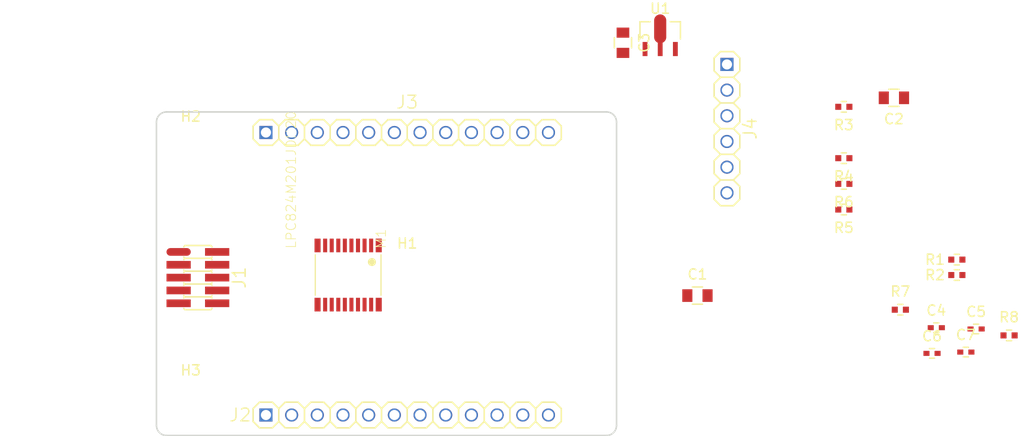
<source format=kicad_pcb>
(kicad_pcb (version 4) (host pcbnew 4.0.6-e0-6349~53~ubuntu16.04.1)

  (general
    (links 38)
    (no_connects 32)
    (area 129.558439 96.824399 175.208441 128.974401)
    (thickness 1.6)
    (drawings 8)
    (tracks 0)
    (zones 0)
    (modules 24)
    (nets 17)
  )

  (page A4)
  (layers
    (0 F.Cu signal)
    (31 B.Cu signal)
    (32 B.Adhes user)
    (33 F.Adhes user)
    (34 B.Paste user)
    (35 F.Paste user)
    (36 B.SilkS user)
    (37 F.SilkS user)
    (38 B.Mask user)
    (39 F.Mask user)
    (40 Dwgs.User user)
    (41 Cmts.User user)
    (42 Eco1.User user)
    (43 Eco2.User user)
    (44 Edge.Cuts user)
    (45 Margin user)
    (46 B.CrtYd user)
    (47 F.CrtYd user)
    (48 B.Fab user)
    (49 F.Fab user)
  )

  (setup
    (last_trace_width 0.25)
    (trace_clearance 0.2)
    (zone_clearance 0.508)
    (zone_45_only no)
    (trace_min 0.2)
    (segment_width 0.2)
    (edge_width 0.15)
    (via_size 0.6)
    (via_drill 0.4)
    (via_min_size 0.4)
    (via_min_drill 0.3)
    (uvia_size 0.3)
    (uvia_drill 0.1)
    (uvias_allowed no)
    (uvia_min_size 0.2)
    (uvia_min_drill 0.1)
    (pcb_text_width 0.3)
    (pcb_text_size 1.5 1.5)
    (mod_edge_width 0.15)
    (mod_text_size 1 1)
    (mod_text_width 0.15)
    (pad_size 1.524 1.524)
    (pad_drill 0.762)
    (pad_to_mask_clearance 0.2)
    (aux_axis_origin 0 0)
    (visible_elements FFFFFF7F)
    (pcbplotparams
      (layerselection 0x00030_80000001)
      (usegerberextensions false)
      (excludeedgelayer true)
      (linewidth 0.100000)
      (plotframeref false)
      (viasonmask false)
      (mode 1)
      (useauxorigin false)
      (hpglpennumber 1)
      (hpglpenspeed 20)
      (hpglpendiameter 15)
      (hpglpenoverlay 2)
      (psnegative false)
      (psa4output false)
      (plotreference true)
      (plotvalue true)
      (plotinvisibletext false)
      (padsonsilk false)
      (subtractmaskfromsilk false)
      (outputformat 1)
      (mirror false)
      (drillshape 1)
      (scaleselection 1)
      (outputdirectory ""))
  )

  (net 0 "")
  (net 1 "Net-(J1-Pad2)")
  (net 2 "Net-(J1-Pad4)")
  (net 3 GND)
  (net 4 nRESET)
  (net 5 SWDCLK)
  (net 6 SWDIO)
  (net 7 VDDA)
  (net 8 GNDA)
  (net 9 VDD)
  (net 10 +BATT)
  (net 11 "Net-(J2-Pad10)")
  (net 12 "Net-(J3-Pad10)")
  (net 13 "Net-(J4-Pad2)")
  (net 14 "Net-(J4-Pad4)")
  (net 15 "Net-(J4-Pad5)")
  (net 16 "Net-(J4-Pad6)")

  (net_class Default "This is the default net class."
    (clearance 0.2)
    (trace_width 0.25)
    (via_dia 0.6)
    (via_drill 0.4)
    (uvia_dia 0.3)
    (uvia_drill 0.1)
    (add_net +BATT)
    (add_net GND)
    (add_net GNDA)
    (add_net "Net-(J1-Pad2)")
    (add_net "Net-(J1-Pad4)")
    (add_net "Net-(J2-Pad10)")
    (add_net "Net-(J3-Pad10)")
    (add_net "Net-(J4-Pad2)")
    (add_net "Net-(J4-Pad4)")
    (add_net "Net-(J4-Pad5)")
    (add_net "Net-(J4-Pad6)")
    (add_net SWDCLK)
    (add_net SWDIO)
    (add_net VDD)
    (add_net VDDA)
    (add_net nRESET)
  )

  (module SquantorPcbOutline:MountingHole_3.2mm_no_metal locked (layer F.Cu) (tedit 59399B86) (tstamp 593E45BA)
    (at 133.022 125.453)
    (path /592DD415)
    (fp_text reference H3 (at 0 -3) (layer F.SilkS)
      (effects (font (size 1 1) (thickness 0.15)))
    )
    (fp_text value Drill_Hole_no_metal (at -11.102 0.277) (layer F.Fab)
      (effects (font (size 1 1) (thickness 0.15)))
    )
    (pad "" np_thru_hole circle (at 0 0) (size 3.2 3.2) (drill 3.2) (layers *.Cu *.Mask))
  )

  (module SquantorPcbOutline:MountingHole_3.2mm_no_metal locked (layer F.Cu) (tedit 59399B86) (tstamp 593E45B6)
    (at 133.022 100.353)
    (path /592DD3BE)
    (fp_text reference H2 (at 0 -3) (layer F.SilkS)
      (effects (font (size 1 1) (thickness 0.15)))
    )
    (fp_text value Drill_Hole_no_metal (at -11.356 -0.023) (layer F.Fab)
      (effects (font (size 1 1) (thickness 0.15)))
    )
    (pad "" np_thru_hole circle (at 0 0) (size 3.2 3.2) (drill 3.2) (layers *.Cu *.Mask))
  )

  (module SquantorRcl:R_0402_hand (layer F.Cu) (tedit 5921FEA0) (tstamp 593E459D)
    (at 197.612 104.013 180)
    (descr "Resistor SMD 0402, reflow soldering, Vishay (see dcrcw.pdf)")
    (tags "resistor 0402")
    (path /5939B1A1)
    (attr smd)
    (fp_text reference R6 (at 0 -1.8 180) (layer F.SilkS)
      (effects (font (size 1 1) (thickness 0.15)))
    )
    (fp_text value 100 (at 0 0 180) (layer F.Fab)
      (effects (font (size 1 1) (thickness 0.15)))
    )
    (fp_line (start -0.5 0.25) (end -0.5 -0.25) (layer F.Fab) (width 0.1))
    (fp_line (start 0.5 0.25) (end -0.5 0.25) (layer F.Fab) (width 0.1))
    (fp_line (start 0.5 -0.25) (end 0.5 0.25) (layer F.Fab) (width 0.1))
    (fp_line (start -0.5 -0.25) (end 0.5 -0.25) (layer F.Fab) (width 0.1))
    (fp_line (start -1.15 -0.65) (end 1.15 -0.65) (layer F.CrtYd) (width 0.05))
    (fp_line (start -1.15 0.65) (end 1.15 0.65) (layer F.CrtYd) (width 0.05))
    (fp_line (start -1.15 -0.65) (end -1.15 0.65) (layer F.CrtYd) (width 0.05))
    (fp_line (start 1.15 -0.65) (end 1.15 0.65) (layer F.CrtYd) (width 0.05))
    (fp_line (start 0.25 -0.525) (end -0.25 -0.525) (layer F.SilkS) (width 0.15))
    (fp_line (start -0.25 0.525) (end 0.25 0.525) (layer F.SilkS) (width 0.15))
    (pad 1 smd rect (at -0.55 0 180) (size 0.6 0.6) (layers F.Cu F.Paste F.Mask))
    (pad 2 smd rect (at 0.55 0 180) (size 0.6 0.6) (layers F.Cu F.Paste F.Mask)
      (net 15 "Net-(J4-Pad5)"))
    (model Resistors_SMD.3dshapes/R_0402.wrl
      (at (xyz 0 0 0))
      (scale (xyz 1 1 1))
      (rotate (xyz 0 0 0))
    )
  )

  (module SquantorRcl:R_0402_hand (layer F.Cu) (tedit 5921FEA0) (tstamp 593E458D)
    (at 197.612 106.553 180)
    (descr "Resistor SMD 0402, reflow soldering, Vishay (see dcrcw.pdf)")
    (tags "resistor 0402")
    (path /5939B1F9)
    (attr smd)
    (fp_text reference R5 (at 0 -1.8 180) (layer F.SilkS)
      (effects (font (size 1 1) (thickness 0.15)))
    )
    (fp_text value 100 (at 0 0 180) (layer F.Fab)
      (effects (font (size 1 1) (thickness 0.15)))
    )
    (fp_line (start -0.5 0.25) (end -0.5 -0.25) (layer F.Fab) (width 0.1))
    (fp_line (start 0.5 0.25) (end -0.5 0.25) (layer F.Fab) (width 0.1))
    (fp_line (start 0.5 -0.25) (end 0.5 0.25) (layer F.Fab) (width 0.1))
    (fp_line (start -0.5 -0.25) (end 0.5 -0.25) (layer F.Fab) (width 0.1))
    (fp_line (start -1.15 -0.65) (end 1.15 -0.65) (layer F.CrtYd) (width 0.05))
    (fp_line (start -1.15 0.65) (end 1.15 0.65) (layer F.CrtYd) (width 0.05))
    (fp_line (start -1.15 -0.65) (end -1.15 0.65) (layer F.CrtYd) (width 0.05))
    (fp_line (start 1.15 -0.65) (end 1.15 0.65) (layer F.CrtYd) (width 0.05))
    (fp_line (start 0.25 -0.525) (end -0.25 -0.525) (layer F.SilkS) (width 0.15))
    (fp_line (start -0.25 0.525) (end 0.25 0.525) (layer F.SilkS) (width 0.15))
    (pad 1 smd rect (at -0.55 0 180) (size 0.6 0.6) (layers F.Cu F.Paste F.Mask))
    (pad 2 smd rect (at 0.55 0 180) (size 0.6 0.6) (layers F.Cu F.Paste F.Mask)
      (net 16 "Net-(J4-Pad6)"))
    (model Resistors_SMD.3dshapes/R_0402.wrl
      (at (xyz 0 0 0))
      (scale (xyz 1 1 1))
      (rotate (xyz 0 0 0))
    )
  )

  (module SquantorRcl:R_0402_hand (layer F.Cu) (tedit 5921FEA0) (tstamp 593E457D)
    (at 197.612 101.473 180)
    (descr "Resistor SMD 0402, reflow soldering, Vishay (see dcrcw.pdf)")
    (tags "resistor 0402")
    (path /5939B13C)
    (attr smd)
    (fp_text reference R4 (at 0 -1.8 180) (layer F.SilkS)
      (effects (font (size 1 1) (thickness 0.15)))
    )
    (fp_text value 100 (at 0 0 180) (layer F.Fab)
      (effects (font (size 1 1) (thickness 0.15)))
    )
    (fp_line (start -0.5 0.25) (end -0.5 -0.25) (layer F.Fab) (width 0.1))
    (fp_line (start 0.5 0.25) (end -0.5 0.25) (layer F.Fab) (width 0.1))
    (fp_line (start 0.5 -0.25) (end 0.5 0.25) (layer F.Fab) (width 0.1))
    (fp_line (start -0.5 -0.25) (end 0.5 -0.25) (layer F.Fab) (width 0.1))
    (fp_line (start -1.15 -0.65) (end 1.15 -0.65) (layer F.CrtYd) (width 0.05))
    (fp_line (start -1.15 0.65) (end 1.15 0.65) (layer F.CrtYd) (width 0.05))
    (fp_line (start -1.15 -0.65) (end -1.15 0.65) (layer F.CrtYd) (width 0.05))
    (fp_line (start 1.15 -0.65) (end 1.15 0.65) (layer F.CrtYd) (width 0.05))
    (fp_line (start 0.25 -0.525) (end -0.25 -0.525) (layer F.SilkS) (width 0.15))
    (fp_line (start -0.25 0.525) (end 0.25 0.525) (layer F.SilkS) (width 0.15))
    (pad 1 smd rect (at -0.55 0 180) (size 0.6 0.6) (layers F.Cu F.Paste F.Mask))
    (pad 2 smd rect (at 0.55 0 180) (size 0.6 0.6) (layers F.Cu F.Paste F.Mask)
      (net 14 "Net-(J4-Pad4)"))
    (model Resistors_SMD.3dshapes/R_0402.wrl
      (at (xyz 0 0 0))
      (scale (xyz 1 1 1))
      (rotate (xyz 0 0 0))
    )
  )

  (module SquantorRcl:R_0402_hand (layer F.Cu) (tedit 5921FEA0) (tstamp 593E456D)
    (at 197.612 96.393 180)
    (descr "Resistor SMD 0402, reflow soldering, Vishay (see dcrcw.pdf)")
    (tags "resistor 0402")
    (path /5939AF21)
    (attr smd)
    (fp_text reference R3 (at 0 -1.8 180) (layer F.SilkS)
      (effects (font (size 1 1) (thickness 0.15)))
    )
    (fp_text value 100 (at 0 0 180) (layer F.Fab)
      (effects (font (size 1 1) (thickness 0.15)))
    )
    (fp_line (start -0.5 0.25) (end -0.5 -0.25) (layer F.Fab) (width 0.1))
    (fp_line (start 0.5 0.25) (end -0.5 0.25) (layer F.Fab) (width 0.1))
    (fp_line (start 0.5 -0.25) (end 0.5 0.25) (layer F.Fab) (width 0.1))
    (fp_line (start -0.5 -0.25) (end 0.5 -0.25) (layer F.Fab) (width 0.1))
    (fp_line (start -1.15 -0.65) (end 1.15 -0.65) (layer F.CrtYd) (width 0.05))
    (fp_line (start -1.15 0.65) (end 1.15 0.65) (layer F.CrtYd) (width 0.05))
    (fp_line (start -1.15 -0.65) (end -1.15 0.65) (layer F.CrtYd) (width 0.05))
    (fp_line (start 1.15 -0.65) (end 1.15 0.65) (layer F.CrtYd) (width 0.05))
    (fp_line (start 0.25 -0.525) (end -0.25 -0.525) (layer F.SilkS) (width 0.15))
    (fp_line (start -0.25 0.525) (end 0.25 0.525) (layer F.SilkS) (width 0.15))
    (pad 1 smd rect (at -0.55 0 180) (size 0.6 0.6) (layers F.Cu F.Paste F.Mask))
    (pad 2 smd rect (at 0.55 0 180) (size 0.6 0.6) (layers F.Cu F.Paste F.Mask)
      (net 13 "Net-(J4-Pad2)"))
    (model Resistors_SMD.3dshapes/R_0402.wrl
      (at (xyz 0 0 0))
      (scale (xyz 1 1 1))
      (rotate (xyz 0 0 0))
    )
  )

  (module SquantorConnectors:Header-0254-1X06-H010 locked (layer F.Cu) (tedit 58711AD8) (tstamp 593E455D)
    (at 186.055 98.552 270)
    (descr "PIN HEADER")
    (tags "PIN HEADER")
    (path /5939AD1C)
    (attr virtual)
    (fp_text reference J4 (at 0 -2.286 270) (layer F.SilkS)
      (effects (font (size 1.27 1.27) (thickness 0.15)))
    )
    (fp_text value PINS_1X06 (at 0 0 270) (layer F.Fab)
      (effects (font (size 1.27 1.27) (thickness 0.15)))
    )
    (fp_line (start 0.635 -1.27) (end 1.905 -1.27) (layer F.SilkS) (width 0.1524))
    (fp_line (start 1.905 -1.27) (end 2.54 -0.635) (layer F.SilkS) (width 0.1524))
    (fp_line (start 2.54 -0.635) (end 2.54 0.635) (layer F.SilkS) (width 0.1524))
    (fp_line (start 2.54 0.635) (end 1.905 1.27) (layer F.SilkS) (width 0.1524))
    (fp_line (start 2.54 -0.635) (end 3.175 -1.27) (layer F.SilkS) (width 0.1524))
    (fp_line (start 3.175 -1.27) (end 4.445 -1.27) (layer F.SilkS) (width 0.1524))
    (fp_line (start 4.445 -1.27) (end 5.08 -0.635) (layer F.SilkS) (width 0.1524))
    (fp_line (start 5.08 -0.635) (end 5.08 0.635) (layer F.SilkS) (width 0.15))
    (fp_line (start 5.08 0.635) (end 4.445 1.27) (layer F.SilkS) (width 0.1524))
    (fp_line (start 4.445 1.27) (end 3.175 1.27) (layer F.SilkS) (width 0.1524))
    (fp_line (start 3.175 1.27) (end 2.54 0.635) (layer F.SilkS) (width 0.1524))
    (fp_line (start -2.54 -0.635) (end -1.905 -1.27) (layer F.SilkS) (width 0.1524))
    (fp_line (start -1.905 -1.27) (end -0.635 -1.27) (layer F.SilkS) (width 0.1524))
    (fp_line (start -0.635 -1.27) (end 0 -0.635) (layer F.SilkS) (width 0.1524))
    (fp_line (start 0 -0.635) (end 0 0.635) (layer F.SilkS) (width 0.1524))
    (fp_line (start 0 0.635) (end -0.635 1.27) (layer F.SilkS) (width 0.1524))
    (fp_line (start -0.635 1.27) (end -1.905 1.27) (layer F.SilkS) (width 0.1524))
    (fp_line (start -1.905 1.27) (end -2.54 0.635) (layer F.SilkS) (width 0.1524))
    (fp_line (start 0.635 -1.27) (end 0 -0.635) (layer F.SilkS) (width 0.1524))
    (fp_line (start 0 0.635) (end 0.635 1.27) (layer F.SilkS) (width 0.1524))
    (fp_line (start 1.905 1.27) (end 0.635 1.27) (layer F.SilkS) (width 0.1524))
    (fp_line (start -6.985 -1.27) (end -5.715 -1.27) (layer F.SilkS) (width 0.1524))
    (fp_line (start -5.715 -1.27) (end -5.08 -0.635) (layer F.SilkS) (width 0.1524))
    (fp_line (start -5.08 -0.635) (end -5.08 0.635) (layer F.SilkS) (width 0.1524))
    (fp_line (start -5.08 0.635) (end -5.715 1.27) (layer F.SilkS) (width 0.1524))
    (fp_line (start -5.08 -0.635) (end -4.445 -1.27) (layer F.SilkS) (width 0.1524))
    (fp_line (start -4.445 -1.27) (end -3.175 -1.27) (layer F.SilkS) (width 0.1524))
    (fp_line (start -3.175 -1.27) (end -2.54 -0.635) (layer F.SilkS) (width 0.1524))
    (fp_line (start -2.54 -0.635) (end -2.54 0.635) (layer F.SilkS) (width 0.1524))
    (fp_line (start -2.54 0.635) (end -3.175 1.27) (layer F.SilkS) (width 0.1524))
    (fp_line (start -3.175 1.27) (end -4.445 1.27) (layer F.SilkS) (width 0.1524))
    (fp_line (start -4.445 1.27) (end -5.08 0.635) (layer F.SilkS) (width 0.1524))
    (fp_line (start -7.62 -0.635) (end -7.62 0.635) (layer F.SilkS) (width 0.1524))
    (fp_line (start -6.985 -1.27) (end -7.62 -0.635) (layer F.SilkS) (width 0.1524))
    (fp_line (start -7.62 0.635) (end -6.985 1.27) (layer F.SilkS) (width 0.1524))
    (fp_line (start -5.715 1.27) (end -6.985 1.27) (layer F.SilkS) (width 0.1524))
    (fp_line (start 5.715 -1.27) (end 6.985 -1.27) (layer F.SilkS) (width 0.1524))
    (fp_line (start 6.985 -1.27) (end 7.62 -0.635) (layer F.SilkS) (width 0.1524))
    (fp_line (start 7.62 -0.635) (end 7.62 0.635) (layer F.SilkS) (width 0.1524))
    (fp_line (start 7.62 0.635) (end 6.985 1.27) (layer F.SilkS) (width 0.1524))
    (fp_line (start 5.715 -1.27) (end 5.08 -0.635) (layer F.SilkS) (width 0.1524))
    (fp_line (start 5.08 0.635) (end 5.715 1.27) (layer F.SilkS) (width 0.1524))
    (fp_line (start 6.985 1.27) (end 5.715 1.27) (layer F.SilkS) (width 0.1524))
    (pad 1 thru_hole trapezoid (at -6.35 0 90) (size 1.3 1.3) (drill 1) (layers *.Cu *.Mask)
      (net 3 GND))
    (pad 2 thru_hole circle (at -3.81 0 90) (size 1.3 1.3) (drill 1) (layers *.Cu *.Mask)
      (net 13 "Net-(J4-Pad2)"))
    (pad 3 thru_hole circle (at -1.27 0 90) (size 1.3 1.3) (drill 1) (layers *.Cu *.Mask)
      (net 10 +BATT))
    (pad 4 thru_hole circle (at 1.27 0 90) (size 1.3 1.3) (drill 1) (layers *.Cu *.Mask)
      (net 14 "Net-(J4-Pad4)"))
    (pad 5 thru_hole circle (at 3.81 0 90) (size 1.3 1.3) (drill 1) (layers *.Cu *.Mask)
      (net 15 "Net-(J4-Pad5)"))
    (pad 6 thru_hole circle (at 6.35 0 90) (size 1.3 1.3) (drill 1) (layers *.Cu *.Mask)
      (net 16 "Net-(J4-Pad6)"))
  )

  (module SquantorConnectors:Header-0254-1X12-H010 locked (layer F.Cu) (tedit 5939A783) (tstamp 593E4528)
    (at 154.432 98.933)
    (descr "PIN HEADER")
    (tags "PIN HEADER")
    (path /59386ED0)
    (attr virtual)
    (fp_text reference J3 (at 0 -3) (layer F.SilkS)
      (effects (font (size 1.27 1.27) (thickness 0.127)))
    )
    (fp_text value PINS_1X12 (at 0 0) (layer F.Fab)
      (effects (font (size 1.27 1.27) (thickness 0.15)))
    )
    (fp_line (start 13.335 1.27) (end 12.7 0.635) (layer F.SilkS) (width 0.15))
    (fp_line (start 14.605 1.27) (end 13.335 1.27) (layer F.SilkS) (width 0.15))
    (fp_line (start 15.24 0.635) (end 14.605 1.27) (layer F.SilkS) (width 0.15))
    (fp_line (start 15.24 -0.635) (end 15.24 0.635) (layer F.SilkS) (width 0.15))
    (fp_line (start 14.605 -1.27) (end 15.24 -0.635) (layer F.SilkS) (width 0.15))
    (fp_line (start 13.335 -1.27) (end 14.605 -1.27) (layer F.SilkS) (width 0.15))
    (fp_line (start 12.7 -0.635) (end 13.335 -1.27) (layer F.SilkS) (width 0.15))
    (fp_line (start 10.795 1.27) (end 10.16 0.635) (layer F.SilkS) (width 0.15))
    (fp_line (start 12.065 1.27) (end 10.795 1.27) (layer F.SilkS) (width 0.15))
    (fp_line (start 12.7 0.635) (end 12.065 1.27) (layer F.SilkS) (width 0.15))
    (fp_line (start 12.7 -0.635) (end 12.7 0.635) (layer F.SilkS) (width 0.15))
    (fp_line (start 12.065 -1.27) (end 12.7 -0.635) (layer F.SilkS) (width 0.15))
    (fp_line (start 10.795 -1.27) (end 12.065 -1.27) (layer F.SilkS) (width 0.15))
    (fp_line (start 10.16 -0.635) (end 10.795 -1.27) (layer F.SilkS) (width 0.15))
    (fp_line (start 5.08 -0.635) (end 5.715 -1.27) (layer F.SilkS) (width 0.1524))
    (fp_line (start 5.715 -1.27) (end 6.985 -1.27) (layer F.SilkS) (width 0.1524))
    (fp_line (start 6.985 -1.27) (end 7.62 -0.635) (layer F.SilkS) (width 0.1524))
    (fp_line (start 7.62 -0.635) (end 7.62 0.635) (layer F.SilkS) (width 0.1524))
    (fp_line (start 7.62 0.635) (end 6.985 1.27) (layer F.SilkS) (width 0.1524))
    (fp_line (start 6.985 1.27) (end 5.715 1.27) (layer F.SilkS) (width 0.1524))
    (fp_line (start 5.715 1.27) (end 5.08 0.635) (layer F.SilkS) (width 0.1524))
    (fp_line (start 0.635 -1.27) (end 1.905 -1.27) (layer F.SilkS) (width 0.1524))
    (fp_line (start 1.905 -1.27) (end 2.54 -0.635) (layer F.SilkS) (width 0.1524))
    (fp_line (start 2.54 -0.635) (end 2.54 0.635) (layer F.SilkS) (width 0.1524))
    (fp_line (start 2.54 0.635) (end 1.905 1.27) (layer F.SilkS) (width 0.1524))
    (fp_line (start 2.54 -0.635) (end 3.175 -1.27) (layer F.SilkS) (width 0.1524))
    (fp_line (start 3.175 -1.27) (end 4.445 -1.27) (layer F.SilkS) (width 0.1524))
    (fp_line (start 4.445 -1.27) (end 5.08 -0.635) (layer F.SilkS) (width 0.1524))
    (fp_line (start 5.08 -0.635) (end 5.08 0.635) (layer F.SilkS) (width 0.1524))
    (fp_line (start 5.08 0.635) (end 4.445 1.27) (layer F.SilkS) (width 0.1524))
    (fp_line (start 4.445 1.27) (end 3.175 1.27) (layer F.SilkS) (width 0.1524))
    (fp_line (start 3.175 1.27) (end 2.54 0.635) (layer F.SilkS) (width 0.1524))
    (fp_line (start -2.54 -0.635) (end -1.905 -1.27) (layer F.SilkS) (width 0.1524))
    (fp_line (start -1.905 -1.27) (end -0.635 -1.27) (layer F.SilkS) (width 0.1524))
    (fp_line (start -0.635 -1.27) (end 0 -0.635) (layer F.SilkS) (width 0.1524))
    (fp_line (start 0 -0.635) (end 0 0.635) (layer F.SilkS) (width 0.1524))
    (fp_line (start 0 0.635) (end -0.635 1.27) (layer F.SilkS) (width 0.1524))
    (fp_line (start -0.635 1.27) (end -1.905 1.27) (layer F.SilkS) (width 0.1524))
    (fp_line (start -1.905 1.27) (end -2.54 0.635) (layer F.SilkS) (width 0.1524))
    (fp_line (start 0.635 -1.27) (end 0 -0.635) (layer F.SilkS) (width 0.1524))
    (fp_line (start 0 0.635) (end 0.635 1.27) (layer F.SilkS) (width 0.1524))
    (fp_line (start 1.905 1.27) (end 0.635 1.27) (layer F.SilkS) (width 0.1524))
    (fp_line (start -6.985 -1.27) (end -5.715 -1.27) (layer F.SilkS) (width 0.1524))
    (fp_line (start -5.715 -1.27) (end -5.08 -0.635) (layer F.SilkS) (width 0.1524))
    (fp_line (start -5.08 -0.635) (end -5.08 0.635) (layer F.SilkS) (width 0.1524))
    (fp_line (start -5.08 0.635) (end -5.715 1.27) (layer F.SilkS) (width 0.1524))
    (fp_line (start -5.08 -0.635) (end -4.445 -1.27) (layer F.SilkS) (width 0.1524))
    (fp_line (start -4.445 -1.27) (end -3.175 -1.27) (layer F.SilkS) (width 0.1524))
    (fp_line (start -3.175 -1.27) (end -2.54 -0.635) (layer F.SilkS) (width 0.1524))
    (fp_line (start -2.54 -0.635) (end -2.54 0.635) (layer F.SilkS) (width 0.1524))
    (fp_line (start -2.54 0.635) (end -3.175 1.27) (layer F.SilkS) (width 0.1524))
    (fp_line (start -3.175 1.27) (end -4.445 1.27) (layer F.SilkS) (width 0.1524))
    (fp_line (start -4.445 1.27) (end -5.08 0.635) (layer F.SilkS) (width 0.1524))
    (fp_line (start -10.16 -0.635) (end -9.525 -1.27) (layer F.SilkS) (width 0.1524))
    (fp_line (start -9.525 -1.27) (end -8.255 -1.27) (layer F.SilkS) (width 0.1524))
    (fp_line (start -8.255 -1.27) (end -7.62 -0.635) (layer F.SilkS) (width 0.1524))
    (fp_line (start -7.62 -0.635) (end -7.62 0.635) (layer F.SilkS) (width 0.1524))
    (fp_line (start -7.62 0.635) (end -8.255 1.27) (layer F.SilkS) (width 0.1524))
    (fp_line (start -8.255 1.27) (end -9.525 1.27) (layer F.SilkS) (width 0.1524))
    (fp_line (start -9.525 1.27) (end -10.16 0.635) (layer F.SilkS) (width 0.1524))
    (fp_line (start -6.985 -1.27) (end -7.62 -0.635) (layer F.SilkS) (width 0.1524))
    (fp_line (start -7.62 0.635) (end -6.985 1.27) (layer F.SilkS) (width 0.1524))
    (fp_line (start -5.715 1.27) (end -6.985 1.27) (layer F.SilkS) (width 0.1524))
    (fp_line (start -14.605 -1.27) (end -13.335 -1.27) (layer F.SilkS) (width 0.1524))
    (fp_line (start -13.335 -1.27) (end -12.7 -0.635) (layer F.SilkS) (width 0.1524))
    (fp_line (start -12.7 -0.635) (end -12.7 0.635) (layer F.SilkS) (width 0.1524))
    (fp_line (start -12.7 0.635) (end -13.335 1.27) (layer F.SilkS) (width 0.1524))
    (fp_line (start -12.7 -0.635) (end -12.065 -1.27) (layer F.SilkS) (width 0.1524))
    (fp_line (start -12.065 -1.27) (end -10.795 -1.27) (layer F.SilkS) (width 0.1524))
    (fp_line (start -10.795 -1.27) (end -10.16 -0.635) (layer F.SilkS) (width 0.1524))
    (fp_line (start -10.16 -0.635) (end -10.16 0.635) (layer F.SilkS) (width 0.1524))
    (fp_line (start -10.16 0.635) (end -10.795 1.27) (layer F.SilkS) (width 0.1524))
    (fp_line (start -10.795 1.27) (end -12.065 1.27) (layer F.SilkS) (width 0.1524))
    (fp_line (start -12.065 1.27) (end -12.7 0.635) (layer F.SilkS) (width 0.1524))
    (fp_line (start -15.24 -0.635) (end -15.24 0.635) (layer F.SilkS) (width 0.1524))
    (fp_line (start -14.605 -1.27) (end -15.24 -0.635) (layer F.SilkS) (width 0.1524))
    (fp_line (start -15.24 0.635) (end -14.605 1.27) (layer F.SilkS) (width 0.1524))
    (fp_line (start -13.335 1.27) (end -14.605 1.27) (layer F.SilkS) (width 0.1524))
    (fp_line (start 8.255 -1.27) (end 9.525 -1.27) (layer F.SilkS) (width 0.1524))
    (fp_line (start 9.525 -1.27) (end 10.16 -0.635) (layer F.SilkS) (width 0.1524))
    (fp_line (start 10.16 -0.635) (end 10.16 0.635) (layer F.SilkS) (width 0.1524))
    (fp_line (start 10.16 0.635) (end 9.525 1.27) (layer F.SilkS) (width 0.1524))
    (fp_line (start 8.255 -1.27) (end 7.62 -0.635) (layer F.SilkS) (width 0.1524))
    (fp_line (start 7.62 0.635) (end 8.255 1.27) (layer F.SilkS) (width 0.1524))
    (fp_line (start 9.525 1.27) (end 8.255 1.27) (layer F.SilkS) (width 0.1524))
    (pad 1 thru_hole rect (at -13.97 0 180) (size 1.3 1.3) (drill 1) (layers *.Cu *.Mask))
    (pad 2 thru_hole circle (at -11.43 0 180) (size 1.3 1.3) (drill 1) (layers *.Cu *.Mask))
    (pad 3 thru_hole circle (at -8.89 0 180) (size 1.3 1.3) (drill 1) (layers *.Cu *.Mask))
    (pad 4 thru_hole circle (at -6.35 0 180) (size 1.3 1.3) (drill 1) (layers *.Cu *.Mask))
    (pad 5 thru_hole circle (at -3.81 0 180) (size 1.3 1.3) (drill 1) (layers *.Cu *.Mask))
    (pad 6 thru_hole circle (at -1.27 0 180) (size 1.3 1.3) (drill 1) (layers *.Cu *.Mask))
    (pad 7 thru_hole circle (at 1.27 0 180) (size 1.3 1.3) (drill 1) (layers *.Cu *.Mask))
    (pad 8 thru_hole circle (at 3.81 0 180) (size 1.3 1.3) (drill 1) (layers *.Cu *.Mask))
    (pad 9 thru_hole circle (at 6.35 0) (size 1.3 1.3) (drill 1) (layers *.Cu *.Mask))
    (pad 10 thru_hole circle (at 8.89 0) (size 1.3 1.3) (drill 1) (layers *.Cu *.Mask)
      (net 12 "Net-(J3-Pad10)"))
    (pad 10 thru_hole circle (at 8.89 0 180) (size 1.3 1.3) (drill 1) (layers *.Cu *.Mask)
      (net 12 "Net-(J3-Pad10)"))
    (pad 11 thru_hole circle (at 11.43 0) (size 1.3 1.3) (drill 1) (layers *.Cu *.Mask))
    (pad 12 thru_hole circle (at 13.97 0) (size 1.3 1.3) (drill 1) (layers *.Cu *.Mask))
  )

  (module SquantorConnectors:Header-0254-1X12-H010 locked (layer F.Cu) (tedit 5939A783) (tstamp 593E44C2)
    (at 154.432 126.873)
    (descr "PIN HEADER")
    (tags "PIN HEADER")
    (path /59386E63)
    (attr virtual)
    (fp_text reference J2 (at -16.51 0) (layer F.SilkS)
      (effects (font (size 1.27 1.27) (thickness 0.127)))
    )
    (fp_text value PINS_1X12 (at 0 0) (layer F.Fab)
      (effects (font (size 1.27 1.27) (thickness 0.15)))
    )
    (fp_line (start 13.335 1.27) (end 12.7 0.635) (layer F.SilkS) (width 0.15))
    (fp_line (start 14.605 1.27) (end 13.335 1.27) (layer F.SilkS) (width 0.15))
    (fp_line (start 15.24 0.635) (end 14.605 1.27) (layer F.SilkS) (width 0.15))
    (fp_line (start 15.24 -0.635) (end 15.24 0.635) (layer F.SilkS) (width 0.15))
    (fp_line (start 14.605 -1.27) (end 15.24 -0.635) (layer F.SilkS) (width 0.15))
    (fp_line (start 13.335 -1.27) (end 14.605 -1.27) (layer F.SilkS) (width 0.15))
    (fp_line (start 12.7 -0.635) (end 13.335 -1.27) (layer F.SilkS) (width 0.15))
    (fp_line (start 10.795 1.27) (end 10.16 0.635) (layer F.SilkS) (width 0.15))
    (fp_line (start 12.065 1.27) (end 10.795 1.27) (layer F.SilkS) (width 0.15))
    (fp_line (start 12.7 0.635) (end 12.065 1.27) (layer F.SilkS) (width 0.15))
    (fp_line (start 12.7 -0.635) (end 12.7 0.635) (layer F.SilkS) (width 0.15))
    (fp_line (start 12.065 -1.27) (end 12.7 -0.635) (layer F.SilkS) (width 0.15))
    (fp_line (start 10.795 -1.27) (end 12.065 -1.27) (layer F.SilkS) (width 0.15))
    (fp_line (start 10.16 -0.635) (end 10.795 -1.27) (layer F.SilkS) (width 0.15))
    (fp_line (start 5.08 -0.635) (end 5.715 -1.27) (layer F.SilkS) (width 0.1524))
    (fp_line (start 5.715 -1.27) (end 6.985 -1.27) (layer F.SilkS) (width 0.1524))
    (fp_line (start 6.985 -1.27) (end 7.62 -0.635) (layer F.SilkS) (width 0.1524))
    (fp_line (start 7.62 -0.635) (end 7.62 0.635) (layer F.SilkS) (width 0.1524))
    (fp_line (start 7.62 0.635) (end 6.985 1.27) (layer F.SilkS) (width 0.1524))
    (fp_line (start 6.985 1.27) (end 5.715 1.27) (layer F.SilkS) (width 0.1524))
    (fp_line (start 5.715 1.27) (end 5.08 0.635) (layer F.SilkS) (width 0.1524))
    (fp_line (start 0.635 -1.27) (end 1.905 -1.27) (layer F.SilkS) (width 0.1524))
    (fp_line (start 1.905 -1.27) (end 2.54 -0.635) (layer F.SilkS) (width 0.1524))
    (fp_line (start 2.54 -0.635) (end 2.54 0.635) (layer F.SilkS) (width 0.1524))
    (fp_line (start 2.54 0.635) (end 1.905 1.27) (layer F.SilkS) (width 0.1524))
    (fp_line (start 2.54 -0.635) (end 3.175 -1.27) (layer F.SilkS) (width 0.1524))
    (fp_line (start 3.175 -1.27) (end 4.445 -1.27) (layer F.SilkS) (width 0.1524))
    (fp_line (start 4.445 -1.27) (end 5.08 -0.635) (layer F.SilkS) (width 0.1524))
    (fp_line (start 5.08 -0.635) (end 5.08 0.635) (layer F.SilkS) (width 0.1524))
    (fp_line (start 5.08 0.635) (end 4.445 1.27) (layer F.SilkS) (width 0.1524))
    (fp_line (start 4.445 1.27) (end 3.175 1.27) (layer F.SilkS) (width 0.1524))
    (fp_line (start 3.175 1.27) (end 2.54 0.635) (layer F.SilkS) (width 0.1524))
    (fp_line (start -2.54 -0.635) (end -1.905 -1.27) (layer F.SilkS) (width 0.1524))
    (fp_line (start -1.905 -1.27) (end -0.635 -1.27) (layer F.SilkS) (width 0.1524))
    (fp_line (start -0.635 -1.27) (end 0 -0.635) (layer F.SilkS) (width 0.1524))
    (fp_line (start 0 -0.635) (end 0 0.635) (layer F.SilkS) (width 0.1524))
    (fp_line (start 0 0.635) (end -0.635 1.27) (layer F.SilkS) (width 0.1524))
    (fp_line (start -0.635 1.27) (end -1.905 1.27) (layer F.SilkS) (width 0.1524))
    (fp_line (start -1.905 1.27) (end -2.54 0.635) (layer F.SilkS) (width 0.1524))
    (fp_line (start 0.635 -1.27) (end 0 -0.635) (layer F.SilkS) (width 0.1524))
    (fp_line (start 0 0.635) (end 0.635 1.27) (layer F.SilkS) (width 0.1524))
    (fp_line (start 1.905 1.27) (end 0.635 1.27) (layer F.SilkS) (width 0.1524))
    (fp_line (start -6.985 -1.27) (end -5.715 -1.27) (layer F.SilkS) (width 0.1524))
    (fp_line (start -5.715 -1.27) (end -5.08 -0.635) (layer F.SilkS) (width 0.1524))
    (fp_line (start -5.08 -0.635) (end -5.08 0.635) (layer F.SilkS) (width 0.1524))
    (fp_line (start -5.08 0.635) (end -5.715 1.27) (layer F.SilkS) (width 0.1524))
    (fp_line (start -5.08 -0.635) (end -4.445 -1.27) (layer F.SilkS) (width 0.1524))
    (fp_line (start -4.445 -1.27) (end -3.175 -1.27) (layer F.SilkS) (width 0.1524))
    (fp_line (start -3.175 -1.27) (end -2.54 -0.635) (layer F.SilkS) (width 0.1524))
    (fp_line (start -2.54 -0.635) (end -2.54 0.635) (layer F.SilkS) (width 0.1524))
    (fp_line (start -2.54 0.635) (end -3.175 1.27) (layer F.SilkS) (width 0.1524))
    (fp_line (start -3.175 1.27) (end -4.445 1.27) (layer F.SilkS) (width 0.1524))
    (fp_line (start -4.445 1.27) (end -5.08 0.635) (layer F.SilkS) (width 0.1524))
    (fp_line (start -10.16 -0.635) (end -9.525 -1.27) (layer F.SilkS) (width 0.1524))
    (fp_line (start -9.525 -1.27) (end -8.255 -1.27) (layer F.SilkS) (width 0.1524))
    (fp_line (start -8.255 -1.27) (end -7.62 -0.635) (layer F.SilkS) (width 0.1524))
    (fp_line (start -7.62 -0.635) (end -7.62 0.635) (layer F.SilkS) (width 0.1524))
    (fp_line (start -7.62 0.635) (end -8.255 1.27) (layer F.SilkS) (width 0.1524))
    (fp_line (start -8.255 1.27) (end -9.525 1.27) (layer F.SilkS) (width 0.1524))
    (fp_line (start -9.525 1.27) (end -10.16 0.635) (layer F.SilkS) (width 0.1524))
    (fp_line (start -6.985 -1.27) (end -7.62 -0.635) (layer F.SilkS) (width 0.1524))
    (fp_line (start -7.62 0.635) (end -6.985 1.27) (layer F.SilkS) (width 0.1524))
    (fp_line (start -5.715 1.27) (end -6.985 1.27) (layer F.SilkS) (width 0.1524))
    (fp_line (start -14.605 -1.27) (end -13.335 -1.27) (layer F.SilkS) (width 0.1524))
    (fp_line (start -13.335 -1.27) (end -12.7 -0.635) (layer F.SilkS) (width 0.1524))
    (fp_line (start -12.7 -0.635) (end -12.7 0.635) (layer F.SilkS) (width 0.1524))
    (fp_line (start -12.7 0.635) (end -13.335 1.27) (layer F.SilkS) (width 0.1524))
    (fp_line (start -12.7 -0.635) (end -12.065 -1.27) (layer F.SilkS) (width 0.1524))
    (fp_line (start -12.065 -1.27) (end -10.795 -1.27) (layer F.SilkS) (width 0.1524))
    (fp_line (start -10.795 -1.27) (end -10.16 -0.635) (layer F.SilkS) (width 0.1524))
    (fp_line (start -10.16 -0.635) (end -10.16 0.635) (layer F.SilkS) (width 0.1524))
    (fp_line (start -10.16 0.635) (end -10.795 1.27) (layer F.SilkS) (width 0.1524))
    (fp_line (start -10.795 1.27) (end -12.065 1.27) (layer F.SilkS) (width 0.1524))
    (fp_line (start -12.065 1.27) (end -12.7 0.635) (layer F.SilkS) (width 0.1524))
    (fp_line (start -15.24 -0.635) (end -15.24 0.635) (layer F.SilkS) (width 0.1524))
    (fp_line (start -14.605 -1.27) (end -15.24 -0.635) (layer F.SilkS) (width 0.1524))
    (fp_line (start -15.24 0.635) (end -14.605 1.27) (layer F.SilkS) (width 0.1524))
    (fp_line (start -13.335 1.27) (end -14.605 1.27) (layer F.SilkS) (width 0.1524))
    (fp_line (start 8.255 -1.27) (end 9.525 -1.27) (layer F.SilkS) (width 0.1524))
    (fp_line (start 9.525 -1.27) (end 10.16 -0.635) (layer F.SilkS) (width 0.1524))
    (fp_line (start 10.16 -0.635) (end 10.16 0.635) (layer F.SilkS) (width 0.1524))
    (fp_line (start 10.16 0.635) (end 9.525 1.27) (layer F.SilkS) (width 0.1524))
    (fp_line (start 8.255 -1.27) (end 7.62 -0.635) (layer F.SilkS) (width 0.1524))
    (fp_line (start 7.62 0.635) (end 8.255 1.27) (layer F.SilkS) (width 0.1524))
    (fp_line (start 9.525 1.27) (end 8.255 1.27) (layer F.SilkS) (width 0.1524))
    (pad 1 thru_hole rect (at -13.97 0 180) (size 1.3 1.3) (drill 1) (layers *.Cu *.Mask))
    (pad 2 thru_hole circle (at -11.43 0 180) (size 1.3 1.3) (drill 1) (layers *.Cu *.Mask))
    (pad 3 thru_hole circle (at -8.89 0 180) (size 1.3 1.3) (drill 1) (layers *.Cu *.Mask))
    (pad 4 thru_hole circle (at -6.35 0 180) (size 1.3 1.3) (drill 1) (layers *.Cu *.Mask))
    (pad 5 thru_hole circle (at -3.81 0 180) (size 1.3 1.3) (drill 1) (layers *.Cu *.Mask))
    (pad 6 thru_hole circle (at -1.27 0 180) (size 1.3 1.3) (drill 1) (layers *.Cu *.Mask))
    (pad 7 thru_hole circle (at 1.27 0 180) (size 1.3 1.3) (drill 1) (layers *.Cu *.Mask))
    (pad 8 thru_hole circle (at 3.81 0 180) (size 1.3 1.3) (drill 1) (layers *.Cu *.Mask))
    (pad 9 thru_hole circle (at 6.35 0) (size 1.3 1.3) (drill 1) (layers *.Cu *.Mask))
    (pad 10 thru_hole circle (at 8.89 0) (size 1.3 1.3) (drill 1) (layers *.Cu *.Mask)
      (net 11 "Net-(J2-Pad10)"))
    (pad 10 thru_hole circle (at 8.89 0 180) (size 1.3 1.3) (drill 1) (layers *.Cu *.Mask)
      (net 11 "Net-(J2-Pad10)"))
    (pad 11 thru_hole circle (at 11.43 0) (size 1.3 1.3) (drill 1) (layers *.Cu *.Mask))
    (pad 12 thru_hole circle (at 13.97 0) (size 1.3 1.3) (drill 1) (layers *.Cu *.Mask))
  )

  (module SquantorRcl:C_0805 (layer F.Cu) (tedit 5415D6EA) (tstamp 593E445C)
    (at 175.768 90.059 270)
    (descr "Capacitor SMD 0805, reflow soldering, AVX (see smccp.pdf)")
    (tags "capacitor 0805")
    (path /5939CE3B)
    (attr smd)
    (fp_text reference C3 (at 0 -2.1 270) (layer F.SilkS)
      (effects (font (size 1 1) (thickness 0.15)))
    )
    (fp_text value 1u (at 0 0 270) (layer F.Fab)
      (effects (font (size 1 1) (thickness 0.15)))
    )
    (fp_line (start -1 0.625) (end -1 -0.625) (layer F.Fab) (width 0.15))
    (fp_line (start 1 0.625) (end -1 0.625) (layer F.Fab) (width 0.15))
    (fp_line (start 1 -0.625) (end 1 0.625) (layer F.Fab) (width 0.15))
    (fp_line (start -1 -0.625) (end 1 -0.625) (layer F.Fab) (width 0.15))
    (fp_line (start -1.8 -1) (end 1.8 -1) (layer F.CrtYd) (width 0.05))
    (fp_line (start -1.8 1) (end 1.8 1) (layer F.CrtYd) (width 0.05))
    (fp_line (start -1.8 -1) (end -1.8 1) (layer F.CrtYd) (width 0.05))
    (fp_line (start 1.8 -1) (end 1.8 1) (layer F.CrtYd) (width 0.05))
    (fp_line (start 0.5 -0.85) (end -0.5 -0.85) (layer F.SilkS) (width 0.15))
    (fp_line (start -0.5 0.85) (end 0.5 0.85) (layer F.SilkS) (width 0.15))
    (pad 1 smd rect (at -1 0 270) (size 1 1.25) (layers F.Cu F.Paste F.Mask)
      (net 10 +BATT))
    (pad 2 smd rect (at 1 0 270) (size 1 1.25) (layers F.Cu F.Paste F.Mask)
      (net 3 GND))
    (model Capacitors_SMD.3dshapes/C_0805.wrl
      (at (xyz 0 0 0))
      (scale (xyz 1 1 1))
      (rotate (xyz 0 0 0))
    )
  )

  (module SquantorRcl:C_0805 (layer F.Cu) (tedit 5415D6EA) (tstamp 593E444C)
    (at 202.565 95.504 180)
    (descr "Capacitor SMD 0805, reflow soldering, AVX (see smccp.pdf)")
    (tags "capacitor 0805")
    (path /5939A905)
    (attr smd)
    (fp_text reference C2 (at 0 -2.1 180) (layer F.SilkS)
      (effects (font (size 1 1) (thickness 0.15)))
    )
    (fp_text value 10u (at 0 2.1 180) (layer F.Fab)
      (effects (font (size 1 1) (thickness 0.15)))
    )
    (fp_line (start -1 0.625) (end -1 -0.625) (layer F.Fab) (width 0.15))
    (fp_line (start 1 0.625) (end -1 0.625) (layer F.Fab) (width 0.15))
    (fp_line (start 1 -0.625) (end 1 0.625) (layer F.Fab) (width 0.15))
    (fp_line (start -1 -0.625) (end 1 -0.625) (layer F.Fab) (width 0.15))
    (fp_line (start -1.8 -1) (end 1.8 -1) (layer F.CrtYd) (width 0.05))
    (fp_line (start -1.8 1) (end 1.8 1) (layer F.CrtYd) (width 0.05))
    (fp_line (start -1.8 -1) (end -1.8 1) (layer F.CrtYd) (width 0.05))
    (fp_line (start 1.8 -1) (end 1.8 1) (layer F.CrtYd) (width 0.05))
    (fp_line (start 0.5 -0.85) (end -0.5 -0.85) (layer F.SilkS) (width 0.15))
    (fp_line (start -0.5 0.85) (end 0.5 0.85) (layer F.SilkS) (width 0.15))
    (pad 1 smd rect (at -1 0 180) (size 1 1.25) (layers F.Cu F.Paste F.Mask)
      (net 9 VDD))
    (pad 2 smd rect (at 1 0 180) (size 1 1.25) (layers F.Cu F.Paste F.Mask)
      (net 3 GND))
    (model Capacitors_SMD.3dshapes/C_0805.wrl
      (at (xyz 0 0 0))
      (scale (xyz 1 1 1))
      (rotate (xyz 0 0 0))
    )
  )

  (module SquantorRcl:C_0805 (layer F.Cu) (tedit 5415D6EA) (tstamp 593E443C)
    (at 183.134 115.062)
    (descr "Capacitor SMD 0805, reflow soldering, AVX (see smccp.pdf)")
    (tags "capacitor 0805")
    (path /5939A5DB)
    (attr smd)
    (fp_text reference C1 (at 0 -2.1) (layer F.SilkS)
      (effects (font (size 1 1) (thickness 0.15)))
    )
    (fp_text value 10u (at 0 2.1) (layer F.Fab)
      (effects (font (size 1 1) (thickness 0.15)))
    )
    (fp_line (start -1 0.625) (end -1 -0.625) (layer F.Fab) (width 0.15))
    (fp_line (start 1 0.625) (end -1 0.625) (layer F.Fab) (width 0.15))
    (fp_line (start 1 -0.625) (end 1 0.625) (layer F.Fab) (width 0.15))
    (fp_line (start -1 -0.625) (end 1 -0.625) (layer F.Fab) (width 0.15))
    (fp_line (start -1.8 -1) (end 1.8 -1) (layer F.CrtYd) (width 0.05))
    (fp_line (start -1.8 1) (end 1.8 1) (layer F.CrtYd) (width 0.05))
    (fp_line (start -1.8 -1) (end -1.8 1) (layer F.CrtYd) (width 0.05))
    (fp_line (start 1.8 -1) (end 1.8 1) (layer F.CrtYd) (width 0.05))
    (fp_line (start 0.5 -0.85) (end -0.5 -0.85) (layer F.SilkS) (width 0.15))
    (fp_line (start -0.5 0.85) (end 0.5 0.85) (layer F.SilkS) (width 0.15))
    (pad 1 smd rect (at -1 0) (size 1 1.25) (layers F.Cu F.Paste F.Mask)
      (net 7 VDDA))
    (pad 2 smd rect (at 1 0) (size 1 1.25) (layers F.Cu F.Paste F.Mask)
      (net 8 GNDA))
    (model Capacitors_SMD.3dshapes/C_0805.wrl
      (at (xyz 0 0 0))
      (scale (xyz 1 1 1))
      (rotate (xyz 0 0 0))
    )
  )

  (module SquantorPcbOutline:MountingHole_2.2mm_no_metal locked (layer F.Cu) (tedit 592DD208) (tstamp 592E31EA)
    (at 154.432 112.903)
    (path /592DD359)
    (fp_text reference H1 (at 0 -3) (layer F.SilkS)
      (effects (font (size 1 1) (thickness 0.15)))
    )
    (fp_text value Drill_Hole_no_metal (at 0 3) (layer F.Fab)
      (effects (font (size 1 1) (thickness 0.15)))
    )
    (pad "" np_thru_hole circle (at 0 0) (size 2.2 2.2) (drill 2.2) (layers *.Cu *.Mask))
  )

  (module SquantorRcl:R_0402_hand (layer F.Cu) (tedit 5921FEA0) (tstamp 5923CAC1)
    (at 208.788 113.03 180)
    (descr "Resistor SMD 0402, reflow soldering, Vishay (see dcrcw.pdf)")
    (tags "resistor 0402")
    (path /5921F706)
    (attr smd)
    (fp_text reference R2 (at 2.159 0 180) (layer F.SilkS)
      (effects (font (size 1 1) (thickness 0.15)))
    )
    (fp_text value 33 (at -0.127 0 180) (layer F.Fab)
      (effects (font (size 1 1) (thickness 0.15)))
    )
    (fp_line (start -0.5 0.25) (end -0.5 -0.25) (layer F.Fab) (width 0.1))
    (fp_line (start 0.5 0.25) (end -0.5 0.25) (layer F.Fab) (width 0.1))
    (fp_line (start 0.5 -0.25) (end 0.5 0.25) (layer F.Fab) (width 0.1))
    (fp_line (start -0.5 -0.25) (end 0.5 -0.25) (layer F.Fab) (width 0.1))
    (fp_line (start -1.15 -0.65) (end 1.15 -0.65) (layer F.CrtYd) (width 0.05))
    (fp_line (start -1.15 0.65) (end 1.15 0.65) (layer F.CrtYd) (width 0.05))
    (fp_line (start -1.15 -0.65) (end -1.15 0.65) (layer F.CrtYd) (width 0.05))
    (fp_line (start 1.15 -0.65) (end 1.15 0.65) (layer F.CrtYd) (width 0.05))
    (fp_line (start 0.25 -0.525) (end -0.25 -0.525) (layer F.SilkS) (width 0.15))
    (fp_line (start -0.25 0.525) (end 0.25 0.525) (layer F.SilkS) (width 0.15))
    (pad 1 smd rect (at -0.55 0 180) (size 0.6 0.6) (layers F.Cu F.Paste F.Mask)
      (net 1 "Net-(J1-Pad2)"))
    (pad 2 smd rect (at 0.55 0 180) (size 0.6 0.6) (layers F.Cu F.Paste F.Mask)
      (net 6 SWDIO))
    (model Resistors_SMD.3dshapes/R_0402.wrl
      (at (xyz 0 0 0))
      (scale (xyz 1 1 1))
      (rotate (xyz 0 0 0))
    )
  )

  (module SquantorRcl:R_0402_hand (layer F.Cu) (tedit 5921FEA0) (tstamp 5923CAB1)
    (at 208.788 111.506 180)
    (descr "Resistor SMD 0402, reflow soldering, Vishay (see dcrcw.pdf)")
    (tags "resistor 0402")
    (path /5921F77B)
    (attr smd)
    (fp_text reference R1 (at 2.159 0 180) (layer F.SilkS)
      (effects (font (size 1 1) (thickness 0.15)))
    )
    (fp_text value 33 (at 0 0 180) (layer F.Fab)
      (effects (font (size 1 1) (thickness 0.15)))
    )
    (fp_line (start -0.5 0.25) (end -0.5 -0.25) (layer F.Fab) (width 0.1))
    (fp_line (start 0.5 0.25) (end -0.5 0.25) (layer F.Fab) (width 0.1))
    (fp_line (start 0.5 -0.25) (end 0.5 0.25) (layer F.Fab) (width 0.1))
    (fp_line (start -0.5 -0.25) (end 0.5 -0.25) (layer F.Fab) (width 0.1))
    (fp_line (start -1.15 -0.65) (end 1.15 -0.65) (layer F.CrtYd) (width 0.05))
    (fp_line (start -1.15 0.65) (end 1.15 0.65) (layer F.CrtYd) (width 0.05))
    (fp_line (start -1.15 -0.65) (end -1.15 0.65) (layer F.CrtYd) (width 0.05))
    (fp_line (start 1.15 -0.65) (end 1.15 0.65) (layer F.CrtYd) (width 0.05))
    (fp_line (start 0.25 -0.525) (end -0.25 -0.525) (layer F.SilkS) (width 0.15))
    (fp_line (start -0.25 0.525) (end 0.25 0.525) (layer F.SilkS) (width 0.15))
    (pad 1 smd rect (at -0.55 0 180) (size 0.6 0.6) (layers F.Cu F.Paste F.Mask)
      (net 2 "Net-(J1-Pad4)"))
    (pad 2 smd rect (at 0.55 0 180) (size 0.6 0.6) (layers F.Cu F.Paste F.Mask)
      (net 5 SWDCLK))
    (model Resistors_SMD.3dshapes/R_0402.wrl
      (at (xyz 0 0 0))
      (scale (xyz 1 1 1))
      (rotate (xyz 0 0 0))
    )
  )

  (module SquantorConnectors:Header-0127-2X05-SMD (layer F.Cu) (tedit 58D189FC) (tstamp 5923CA71)
    (at 133.731 113.284 270)
    (path /5921F65D)
    (attr smd)
    (fp_text reference J1 (at 0 -4.09 270) (layer F.SilkS)
      (effects (font (size 1.27 1.27) (thickness 0.15)))
    )
    (fp_text value JTAG_2X05 (at -0.02 4.27 270) (layer F.Fab)
      (effects (font (size 1.27 1.27) (thickness 0.15)))
    )
    (fp_line (start -0.635 -1.27) (end -0.762 -1.397) (layer F.SilkS) (width 0.15))
    (fp_line (start -0.635 -1.27) (end -0.508 -1.397) (layer F.SilkS) (width 0.15))
    (fp_line (start 0.635 -1.27) (end 0.508 -1.397) (layer F.SilkS) (width 0.15))
    (fp_line (start 0.635 -1.27) (end 0.762 -1.397) (layer F.SilkS) (width 0.15))
    (fp_line (start 1.905 -1.27) (end 1.778 -1.397) (layer F.SilkS) (width 0.15))
    (fp_line (start 1.905 -1.27) (end 2.032 -1.397) (layer F.SilkS) (width 0.15))
    (fp_line (start 3.175 -1.27) (end 3.048 -1.397) (layer F.SilkS) (width 0.15))
    (fp_line (start 3.175 1.27) (end 3.048 1.397) (layer F.SilkS) (width 0.15))
    (fp_line (start 1.905 1.27) (end 2.032 1.397) (layer F.SilkS) (width 0.15))
    (fp_line (start 1.778 1.397) (end 1.905 1.27) (layer F.SilkS) (width 0.15))
    (fp_line (start 1.905 1.27) (end 1.778 1.397) (layer F.SilkS) (width 0.15))
    (fp_line (start 0.635 1.27) (end 0.762 1.397) (layer F.SilkS) (width 0.15))
    (fp_line (start 0.635 1.27) (end 0.508 1.397) (layer F.SilkS) (width 0.15))
    (fp_line (start -0.635 1.27) (end -0.508 1.397) (layer F.SilkS) (width 0.15))
    (fp_line (start -0.635 1.27) (end -0.762 1.397) (layer F.SilkS) (width 0.15))
    (fp_line (start -1.905 1.27) (end -1.778 1.397) (layer F.SilkS) (width 0.15))
    (fp_line (start -1.905 1.27) (end -2.032 1.397) (layer F.SilkS) (width 0.15))
    (fp_line (start -3.175 1.27) (end -3.048 1.397) (layer F.SilkS) (width 0.15))
    (fp_line (start -1.905 -1.27) (end -1.778 -1.397) (layer F.SilkS) (width 0.15))
    (fp_line (start -1.905 -1.27) (end -2.032 -1.397) (layer F.SilkS) (width 0.15))
    (fp_line (start -3.175 -1.27) (end -3.048 -1.397) (layer F.SilkS) (width 0.15))
    (fp_line (start -3.175 1.27) (end -3.175 -1.27) (layer F.SilkS) (width 0.15))
    (fp_line (start -1.905 -1.27) (end -1.905 1.27) (layer F.SilkS) (width 0.1524))
    (fp_line (start -0.635 -1.27) (end -0.635 1.27) (layer F.SilkS) (width 0.1524))
    (fp_line (start 0.635 -1.27) (end 0.635 1.27) (layer F.SilkS) (width 0.1524))
    (fp_line (start 1.905 -1.27) (end 1.905 1.27) (layer F.SilkS) (width 0.1524))
    (fp_line (start 3.175 -1.27) (end 3.175 1.27) (layer F.SilkS) (width 0.1524))
    (pad 1 smd oval (at -2.54 1.905) (size 2.39776 0.75946) (layers F.Cu F.Paste F.Mask)
      (net 9 VDD))
    (pad 2 smd rect (at -2.54 -1.905) (size 2.39776 0.75946) (layers F.Cu F.Paste F.Mask)
      (net 1 "Net-(J1-Pad2)"))
    (pad 3 smd rect (at -1.27 1.905) (size 2.39776 0.75946) (layers F.Cu F.Paste F.Mask)
      (net 3 GND))
    (pad 4 smd rect (at -1.27 -1.905) (size 2.39776 0.75946) (layers F.Cu F.Paste F.Mask)
      (net 2 "Net-(J1-Pad4)"))
    (pad 5 smd rect (at 0 1.905) (size 2.39776 0.75946) (layers F.Cu F.Paste F.Mask)
      (net 3 GND))
    (pad 6 smd rect (at 0 -1.905) (size 2.39776 0.75946) (layers F.Cu F.Paste F.Mask))
    (pad 7 smd rect (at 1.27 1.905) (size 2.39776 0.75946) (layers F.Cu F.Paste F.Mask))
    (pad 8 smd rect (at 1.27 -1.905) (size 2.39776 0.75946) (layers F.Cu F.Paste F.Mask))
    (pad 9 smd rect (at 2.54 1.905) (size 2.39776 0.75946) (layers F.Cu F.Paste F.Mask)
      (net 3 GND))
    (pad 10 smd rect (at 2.54 -1.905) (size 2.39776 0.75946) (layers F.Cu F.Paste F.Mask)
      (net 4 nRESET))
  )

  (module "SquantorMicrochip:MB-(SOT-89)" (layer F.Cu) (tedit 5939AFE7) (tstamp 593E5A82)
    (at 179.451 90.678)
    (path /5939DC57)
    (fp_text reference U1 (at 0 -4) (layer F.SilkS)
      (effects (font (size 1 1) (thickness 0.15)))
    )
    (fp_text value MCP1702-MB (at 0 2) (layer F.Fab)
      (effects (font (size 1 1) (thickness 0.15)))
    )
    (fp_line (start 2 -2.7) (end 2 -1) (layer F.SilkS) (width 0.15))
    (fp_line (start 1 -2.7) (end 2 -2.7) (layer F.SilkS) (width 0.15))
    (fp_line (start -2 -2.7) (end -1 -2.7) (layer F.SilkS) (width 0.15))
    (fp_line (start -2 -1) (end -2 -2.7) (layer F.SilkS) (width 0.15))
    (pad 1 smd rect (at -1.5 0) (size 0.48 1.4) (layers F.Cu F.Paste F.Mask)
      (net 3 GND))
    (pad 2 smd rect (at 0 0) (size 0.48 1.4) (layers F.Cu F.Paste F.Mask)
      (net 10 +BATT))
    (pad 3 smd rect (at 1.5 0) (size 0.48 1.4) (layers F.Cu F.Paste F.Mask)
      (net 9 VDD))
    (pad TAB smd oval (at 0 -2) (size 1.2 2.85) (layers F.Cu F.Paste F.Mask)
      (net 10 +BATT))
  )

  (module SquantorRcl:C_0402 (layer F.Cu) (tedit 58D18F8A) (tstamp 5940CA2B)
    (at 206.756 118.237)
    (descr "Capacitor SMD 0402, reflow soldering, AVX (see smccp.pdf)")
    (tags "capacitor 0402")
    (path /593A0E6C)
    (attr smd)
    (fp_text reference C4 (at 0 -1.7) (layer F.SilkS)
      (effects (font (size 1 1) (thickness 0.15)))
    )
    (fp_text value 10n (at 0 1.7) (layer F.Fab)
      (effects (font (size 1 1) (thickness 0.15)))
    )
    (fp_line (start -0.5 0.25) (end -0.5 -0.25) (layer F.Fab) (width 0.15))
    (fp_line (start 0.5 0.25) (end -0.5 0.25) (layer F.Fab) (width 0.15))
    (fp_line (start 0.5 -0.25) (end 0.5 0.25) (layer F.Fab) (width 0.15))
    (fp_line (start -0.5 -0.25) (end 0.5 -0.25) (layer F.Fab) (width 0.15))
    (fp_line (start -1.15 -0.6) (end 1.15 -0.6) (layer F.CrtYd) (width 0.05))
    (fp_line (start -1.15 0.6) (end 1.15 0.6) (layer F.CrtYd) (width 0.05))
    (fp_line (start -1.15 -0.6) (end -1.15 0.6) (layer F.CrtYd) (width 0.05))
    (fp_line (start 1.15 -0.6) (end 1.15 0.6) (layer F.CrtYd) (width 0.05))
    (fp_line (start 0.25 -0.475) (end -0.25 -0.475) (layer F.SilkS) (width 0.15))
    (fp_line (start -0.25 0.475) (end 0.25 0.475) (layer F.SilkS) (width 0.15))
    (pad 1 smd rect (at -0.55 0) (size 0.6 0.5) (layers F.Cu F.Paste F.Mask)
      (net 3 GND) (solder_mask_margin 0.1))
    (pad 2 smd rect (at 0.55 0) (size 0.6 0.5) (layers F.Cu F.Paste F.Mask)
      (net 9 VDD) (solder_mask_margin 0.1))
    (model Capacitors_SMD.3dshapes/C_0402.wrl
      (at (xyz 0 0 0))
      (scale (xyz 1 1 1))
      (rotate (xyz 0 0 0))
    )
  )

  (module SquantorRcl:C_0402 (layer F.Cu) (tedit 58D18F8A) (tstamp 5940CA3B)
    (at 210.693 118.364)
    (descr "Capacitor SMD 0402, reflow soldering, AVX (see smccp.pdf)")
    (tags "capacitor 0402")
    (path /593A0F4B)
    (attr smd)
    (fp_text reference C5 (at 0 -1.7) (layer F.SilkS)
      (effects (font (size 1 1) (thickness 0.15)))
    )
    (fp_text value 1u (at 0 1.7) (layer F.Fab)
      (effects (font (size 1 1) (thickness 0.15)))
    )
    (fp_line (start -0.5 0.25) (end -0.5 -0.25) (layer F.Fab) (width 0.15))
    (fp_line (start 0.5 0.25) (end -0.5 0.25) (layer F.Fab) (width 0.15))
    (fp_line (start 0.5 -0.25) (end 0.5 0.25) (layer F.Fab) (width 0.15))
    (fp_line (start -0.5 -0.25) (end 0.5 -0.25) (layer F.Fab) (width 0.15))
    (fp_line (start -1.15 -0.6) (end 1.15 -0.6) (layer F.CrtYd) (width 0.05))
    (fp_line (start -1.15 0.6) (end 1.15 0.6) (layer F.CrtYd) (width 0.05))
    (fp_line (start -1.15 -0.6) (end -1.15 0.6) (layer F.CrtYd) (width 0.05))
    (fp_line (start 1.15 -0.6) (end 1.15 0.6) (layer F.CrtYd) (width 0.05))
    (fp_line (start 0.25 -0.475) (end -0.25 -0.475) (layer F.SilkS) (width 0.15))
    (fp_line (start -0.25 0.475) (end 0.25 0.475) (layer F.SilkS) (width 0.15))
    (pad 1 smd rect (at -0.55 0) (size 0.6 0.5) (layers F.Cu F.Paste F.Mask)
      (net 9 VDD) (solder_mask_margin 0.1))
    (pad 2 smd rect (at 0.55 0) (size 0.6 0.5) (layers F.Cu F.Paste F.Mask)
      (net 3 GND) (solder_mask_margin 0.1))
    (model Capacitors_SMD.3dshapes/C_0402.wrl
      (at (xyz 0 0 0))
      (scale (xyz 1 1 1))
      (rotate (xyz 0 0 0))
    )
  )

  (module SquantorRcl:C_0402 (layer F.Cu) (tedit 58D18F8A) (tstamp 5940CA4B)
    (at 206.333 120.777)
    (descr "Capacitor SMD 0402, reflow soldering, AVX (see smccp.pdf)")
    (tags "capacitor 0402")
    (path /593A0FB0)
    (attr smd)
    (fp_text reference C6 (at 0 -1.7) (layer F.SilkS)
      (effects (font (size 1 1) (thickness 0.15)))
    )
    (fp_text value 10n (at 0 1.7) (layer F.Fab)
      (effects (font (size 1 1) (thickness 0.15)))
    )
    (fp_line (start -0.5 0.25) (end -0.5 -0.25) (layer F.Fab) (width 0.15))
    (fp_line (start 0.5 0.25) (end -0.5 0.25) (layer F.Fab) (width 0.15))
    (fp_line (start 0.5 -0.25) (end 0.5 0.25) (layer F.Fab) (width 0.15))
    (fp_line (start -0.5 -0.25) (end 0.5 -0.25) (layer F.Fab) (width 0.15))
    (fp_line (start -1.15 -0.6) (end 1.15 -0.6) (layer F.CrtYd) (width 0.05))
    (fp_line (start -1.15 0.6) (end 1.15 0.6) (layer F.CrtYd) (width 0.05))
    (fp_line (start -1.15 -0.6) (end -1.15 0.6) (layer F.CrtYd) (width 0.05))
    (fp_line (start 1.15 -0.6) (end 1.15 0.6) (layer F.CrtYd) (width 0.05))
    (fp_line (start 0.25 -0.475) (end -0.25 -0.475) (layer F.SilkS) (width 0.15))
    (fp_line (start -0.25 0.475) (end 0.25 0.475) (layer F.SilkS) (width 0.15))
    (pad 1 smd rect (at -0.55 0) (size 0.6 0.5) (layers F.Cu F.Paste F.Mask)
      (net 7 VDDA) (solder_mask_margin 0.1))
    (pad 2 smd rect (at 0.55 0) (size 0.6 0.5) (layers F.Cu F.Paste F.Mask)
      (net 8 GNDA) (solder_mask_margin 0.1))
    (model Capacitors_SMD.3dshapes/C_0402.wrl
      (at (xyz 0 0 0))
      (scale (xyz 1 1 1))
      (rotate (xyz 0 0 0))
    )
  )

  (module SquantorRcl:C_0402 (layer F.Cu) (tedit 58D18F8A) (tstamp 5940CA5B)
    (at 209.677 120.65)
    (descr "Capacitor SMD 0402, reflow soldering, AVX (see smccp.pdf)")
    (tags "capacitor 0402")
    (path /593A1005)
    (attr smd)
    (fp_text reference C7 (at 0 -1.7) (layer F.SilkS)
      (effects (font (size 1 1) (thickness 0.15)))
    )
    (fp_text value 1u (at 0 1.7) (layer F.Fab)
      (effects (font (size 1 1) (thickness 0.15)))
    )
    (fp_line (start -0.5 0.25) (end -0.5 -0.25) (layer F.Fab) (width 0.15))
    (fp_line (start 0.5 0.25) (end -0.5 0.25) (layer F.Fab) (width 0.15))
    (fp_line (start 0.5 -0.25) (end 0.5 0.25) (layer F.Fab) (width 0.15))
    (fp_line (start -0.5 -0.25) (end 0.5 -0.25) (layer F.Fab) (width 0.15))
    (fp_line (start -1.15 -0.6) (end 1.15 -0.6) (layer F.CrtYd) (width 0.05))
    (fp_line (start -1.15 0.6) (end 1.15 0.6) (layer F.CrtYd) (width 0.05))
    (fp_line (start -1.15 -0.6) (end -1.15 0.6) (layer F.CrtYd) (width 0.05))
    (fp_line (start 1.15 -0.6) (end 1.15 0.6) (layer F.CrtYd) (width 0.05))
    (fp_line (start 0.25 -0.475) (end -0.25 -0.475) (layer F.SilkS) (width 0.15))
    (fp_line (start -0.25 0.475) (end 0.25 0.475) (layer F.SilkS) (width 0.15))
    (pad 1 smd rect (at -0.55 0) (size 0.6 0.5) (layers F.Cu F.Paste F.Mask)
      (net 7 VDDA) (solder_mask_margin 0.1))
    (pad 2 smd rect (at 0.55 0) (size 0.6 0.5) (layers F.Cu F.Paste F.Mask)
      (net 8 GNDA) (solder_mask_margin 0.1))
    (model Capacitors_SMD.3dshapes/C_0402.wrl
      (at (xyz 0 0 0))
      (scale (xyz 1 1 1))
      (rotate (xyz 0 0 0))
    )
  )

  (module SquantorNxp:SOT360 (layer F.Cu) (tedit 0) (tstamp 5940CA73)
    (at 148.59 113.03 180)
    (descr "<li><b>SOT360</b><hr>\n<ul><li>TSSOP20: plastic thin shrink small outline package; 20 leads; body width 4.4 mm\n<li><u>JEDEC</u>: MO-153\n<li><u>IEC</u>: </ul>")
    (path /5939E7C8)
    (fp_text reference M1 (at -3.81 2.54 270) (layer F.SilkS)
      (effects (font (size 0.95 0.95) (thickness 0.08)) (justify left bottom))
    )
    (fp_text value LPC824M201JDH20 (at 5.08 2.54 270) (layer F.SilkS)
      (effects (font (size 0.95 0.95) (thickness 0.08)) (justify left bottom))
    )
    (fp_line (start -3.25 -2.2) (end 3.25 -2.2) (layer Dwgs.User) (width 0.127))
    (fp_line (start 3.25 -2.2) (end 3.25 2.2) (layer Dwgs.User) (width 0.127))
    (fp_line (start 3.25 2.2) (end -3.25 2.2) (layer Dwgs.User) (width 0.127))
    (fp_line (start -3.25 2.2) (end -3.25 -2.2) (layer Dwgs.User) (width 0.127))
    (fp_line (start -3.25 -2) (end -3.25 2) (layer F.SilkS) (width 0.127))
    (fp_line (start 3.25 -2) (end 3.25 2) (layer F.SilkS) (width 0.127))
    (fp_circle (center -2.35 1.285) (end -1.95 1.285) (layer F.SilkS) (width 0))
    (fp_poly (pts (xy 0.2 -2.2) (xy 0.45 -2.2) (xy 0.45 -3.2) (xy 0.2 -3.2)) (layer Dwgs.User) (width 0))
    (fp_poly (pts (xy -0.45 -2.2) (xy -0.2 -2.2) (xy -0.2 -3.2) (xy -0.45 -3.2)) (layer Dwgs.User) (width 0))
    (fp_poly (pts (xy -1.1 -2.2) (xy -0.85 -2.2) (xy -0.85 -3.2) (xy -1.1 -3.2)) (layer Dwgs.User) (width 0))
    (fp_poly (pts (xy -1.75 -2.2) (xy -1.5 -2.2) (xy -1.5 -3.2) (xy -1.75 -3.2)) (layer Dwgs.User) (width 0))
    (fp_poly (pts (xy -2.4 -2.2) (xy -2.15 -2.2) (xy -2.15 -3.2) (xy -2.4 -3.2)) (layer Dwgs.User) (width 0))
    (fp_poly (pts (xy -3.05 -2.2) (xy -2.8 -2.2) (xy -2.8 -3.2) (xy -3.05 -3.2)) (layer Dwgs.User) (width 0))
    (fp_poly (pts (xy 0.85 -2.2) (xy 1.1 -2.2) (xy 1.1 -3.2) (xy 0.85 -3.2)) (layer Dwgs.User) (width 0))
    (fp_poly (pts (xy 1.5 -2.2) (xy 1.75 -2.2) (xy 1.75 -3.2) (xy 1.5 -3.2)) (layer Dwgs.User) (width 0))
    (fp_poly (pts (xy 2.15 -2.2) (xy 2.4 -2.2) (xy 2.4 -3.2) (xy 2.15 -3.2)) (layer Dwgs.User) (width 0))
    (fp_poly (pts (xy 2.8 -2.2) (xy 3.05 -2.2) (xy 3.05 -3.2) (xy 2.8 -3.2)) (layer Dwgs.User) (width 0))
    (fp_poly (pts (xy -3.05 3.2) (xy -2.8 3.2) (xy -2.8 2.2) (xy -3.05 2.2)) (layer Dwgs.User) (width 0))
    (fp_poly (pts (xy -2.4 3.2) (xy -2.15 3.2) (xy -2.15 2.2) (xy -2.4 2.2)) (layer Dwgs.User) (width 0))
    (fp_poly (pts (xy -1.75 3.2) (xy -1.5 3.2) (xy -1.5 2.2) (xy -1.75 2.2)) (layer Dwgs.User) (width 0))
    (fp_poly (pts (xy -1.1 3.2) (xy -0.85 3.2) (xy -0.85 2.2) (xy -1.1 2.2)) (layer Dwgs.User) (width 0))
    (fp_poly (pts (xy -0.45 3.2) (xy -0.2 3.2) (xy -0.2 2.2) (xy -0.45 2.2)) (layer Dwgs.User) (width 0))
    (fp_poly (pts (xy 0.2 3.2) (xy 0.45 3.2) (xy 0.45 2.2) (xy 0.2 2.2)) (layer Dwgs.User) (width 0))
    (fp_poly (pts (xy 0.85 3.2) (xy 1.1 3.2) (xy 1.1 2.2) (xy 0.85 2.2)) (layer Dwgs.User) (width 0))
    (fp_poly (pts (xy 1.5 3.2) (xy 1.75 3.2) (xy 1.75 2.2) (xy 1.5 2.2)) (layer Dwgs.User) (width 0))
    (fp_poly (pts (xy 2.15 3.2) (xy 2.4 3.2) (xy 2.4 2.2) (xy 2.15 2.2)) (layer Dwgs.User) (width 0))
    (fp_poly (pts (xy 2.8 3.2) (xy 3.05 3.2) (xy 3.05 2.2) (xy 2.8 2.2)) (layer Dwgs.User) (width 0))
    (pad 15 smd rect (at 0.325 -2.925 180) (size 0.4 1.35) (layers F.Cu F.Paste F.Mask)
      (net 9 VDD))
    (pad 16 smd rect (at -0.325 -2.925 180) (size 0.4 1.35) (layers F.Cu F.Paste F.Mask)
      (net 3 GND))
    (pad 17 smd rect (at -0.975 -2.925 180) (size 0.4 1.35) (layers F.Cu F.Paste F.Mask)
      (net 8 GNDA))
    (pad 18 smd rect (at -1.625 -2.925 180) (size 0.4 1.35) (layers F.Cu F.Paste F.Mask)
      (net 7 VDDA))
    (pad 19 smd rect (at -2.275 -2.925 180) (size 0.4 1.35) (layers F.Cu F.Paste F.Mask))
    (pad 20 smd rect (at -3.025 -2.925 180) (size 0.6 1.35) (layers F.Cu F.Paste F.Mask))
    (pad 14 smd rect (at 0.975 -2.925 180) (size 0.4 1.35) (layers F.Cu F.Paste F.Mask))
    (pad 13 smd rect (at 1.625 -2.925 180) (size 0.4 1.35) (layers F.Cu F.Paste F.Mask))
    (pad 12 smd rect (at 2.275 -2.925 180) (size 0.4 1.35) (layers F.Cu F.Paste F.Mask))
    (pad 11 smd rect (at 3.025 -2.925 180) (size 0.6 1.35) (layers F.Cu F.Paste F.Mask))
    (pad 5 smd rect (at -0.325 2.925 180) (size 0.4 1.35) (layers F.Cu F.Paste F.Mask)
      (net 4 nRESET))
    (pad 4 smd rect (at -0.975 2.925 180) (size 0.4 1.35) (layers F.Cu F.Paste F.Mask))
    (pad 3 smd rect (at -1.625 2.925 180) (size 0.4 1.35) (layers F.Cu F.Paste F.Mask))
    (pad 2 smd rect (at -2.275 2.925 180) (size 0.4 1.35) (layers F.Cu F.Paste F.Mask))
    (pad 1 smd rect (at -3.025 2.925 180) (size 0.6 1.35) (layers F.Cu F.Paste F.Mask))
    (pad 6 smd rect (at 0.325 2.925 180) (size 0.4 1.35) (layers F.Cu F.Paste F.Mask))
    (pad 7 smd rect (at 0.975 2.925 180) (size 0.4 1.35) (layers F.Cu F.Paste F.Mask)
      (net 5 SWDCLK))
    (pad 8 smd rect (at 1.625 2.925 180) (size 0.4 1.35) (layers F.Cu F.Paste F.Mask)
      (net 6 SWDIO))
    (pad 9 smd rect (at 2.275 2.925 180) (size 0.4 1.35) (layers F.Cu F.Paste F.Mask))
    (pad 10 smd rect (at 3.025 2.925 180) (size 0.6 1.35) (layers F.Cu F.Paste F.Mask))
  )

  (module SquantorRcl:R_0402_hand (layer F.Cu) (tedit 5921FEA0) (tstamp 5940CA83)
    (at 203.2 116.459)
    (descr "Resistor SMD 0402, reflow soldering, Vishay (see dcrcw.pdf)")
    (tags "resistor 0402")
    (path /593A24D8)
    (attr smd)
    (fp_text reference R7 (at 0 -1.8) (layer F.SilkS)
      (effects (font (size 1 1) (thickness 0.15)))
    )
    (fp_text value 10k (at 0 1.8) (layer F.Fab)
      (effects (font (size 1 1) (thickness 0.15)))
    )
    (fp_line (start -0.5 0.25) (end -0.5 -0.25) (layer F.Fab) (width 0.1))
    (fp_line (start 0.5 0.25) (end -0.5 0.25) (layer F.Fab) (width 0.1))
    (fp_line (start 0.5 -0.25) (end 0.5 0.25) (layer F.Fab) (width 0.1))
    (fp_line (start -0.5 -0.25) (end 0.5 -0.25) (layer F.Fab) (width 0.1))
    (fp_line (start -1.15 -0.65) (end 1.15 -0.65) (layer F.CrtYd) (width 0.05))
    (fp_line (start -1.15 0.65) (end 1.15 0.65) (layer F.CrtYd) (width 0.05))
    (fp_line (start -1.15 -0.65) (end -1.15 0.65) (layer F.CrtYd) (width 0.05))
    (fp_line (start 1.15 -0.65) (end 1.15 0.65) (layer F.CrtYd) (width 0.05))
    (fp_line (start 0.25 -0.525) (end -0.25 -0.525) (layer F.SilkS) (width 0.15))
    (fp_line (start -0.25 0.525) (end 0.25 0.525) (layer F.SilkS) (width 0.15))
    (pad 1 smd rect (at -0.55 0) (size 0.6 0.6) (layers F.Cu F.Paste F.Mask)
      (net 3 GND))
    (pad 2 smd rect (at 0.55 0) (size 0.6 0.6) (layers F.Cu F.Paste F.Mask)
      (net 5 SWDCLK))
    (model Resistors_SMD.3dshapes/R_0402.wrl
      (at (xyz 0 0 0))
      (scale (xyz 1 1 1))
      (rotate (xyz 0 0 0))
    )
  )

  (module SquantorRcl:R_0402_hand (layer F.Cu) (tedit 5921FEA0) (tstamp 5940CA93)
    (at 213.953 118.999)
    (descr "Resistor SMD 0402, reflow soldering, Vishay (see dcrcw.pdf)")
    (tags "resistor 0402")
    (path /593A25FF)
    (attr smd)
    (fp_text reference R8 (at 0 -1.8) (layer F.SilkS)
      (effects (font (size 1 1) (thickness 0.15)))
    )
    (fp_text value 10k (at 0 1.8) (layer F.Fab)
      (effects (font (size 1 1) (thickness 0.15)))
    )
    (fp_line (start -0.5 0.25) (end -0.5 -0.25) (layer F.Fab) (width 0.1))
    (fp_line (start 0.5 0.25) (end -0.5 0.25) (layer F.Fab) (width 0.1))
    (fp_line (start 0.5 -0.25) (end 0.5 0.25) (layer F.Fab) (width 0.1))
    (fp_line (start -0.5 -0.25) (end 0.5 -0.25) (layer F.Fab) (width 0.1))
    (fp_line (start -1.15 -0.65) (end 1.15 -0.65) (layer F.CrtYd) (width 0.05))
    (fp_line (start -1.15 0.65) (end 1.15 0.65) (layer F.CrtYd) (width 0.05))
    (fp_line (start -1.15 -0.65) (end -1.15 0.65) (layer F.CrtYd) (width 0.05))
    (fp_line (start 1.15 -0.65) (end 1.15 0.65) (layer F.CrtYd) (width 0.05))
    (fp_line (start 0.25 -0.525) (end -0.25 -0.525) (layer F.SilkS) (width 0.15))
    (fp_line (start -0.25 0.525) (end 0.25 0.525) (layer F.SilkS) (width 0.15))
    (pad 1 smd rect (at -0.55 0) (size 0.6 0.6) (layers F.Cu F.Paste F.Mask)
      (net 9 VDD))
    (pad 2 smd rect (at 0.55 0) (size 0.6 0.6) (layers F.Cu F.Paste F.Mask)
      (net 6 SWDIO))
    (model Resistors_SMD.3dshapes/R_0402.wrl
      (at (xyz 0 0 0))
      (scale (xyz 1 1 1))
      (rotate (xyz 0 0 0))
    )
  )

  (gr_line (start 129.63344 97.8994) (end 129.63344 127.8994) (layer Edge.Cuts) (width 0.15))
  (gr_arc (start 130.63344 97.8994) (end 129.63344 97.8994) (angle 90) (layer Edge.Cuts) (width 0.15))
  (gr_arc (start 174.13344 97.8994) (end 174.13344 96.8994) (angle 90) (layer Edge.Cuts) (width 0.15))
  (gr_arc (start 174.13344 127.8994) (end 175.13344 127.8994) (angle 90) (layer Edge.Cuts) (width 0.15))
  (gr_arc (start 130.63344 127.8994) (end 130.63344 128.8994) (angle 90) (layer Edge.Cuts) (width 0.15))
  (gr_line (start 174.13344 96.8994) (end 130.63344 96.8994) (layer Edge.Cuts) (width 0.15))
  (gr_line (start 175.13344 127.8994) (end 175.13344 97.8994) (layer Edge.Cuts) (width 0.15))
  (gr_line (start 130.63344 128.8994) (end 174.13344 128.8994) (layer Edge.Cuts) (width 0.15))

)

</source>
